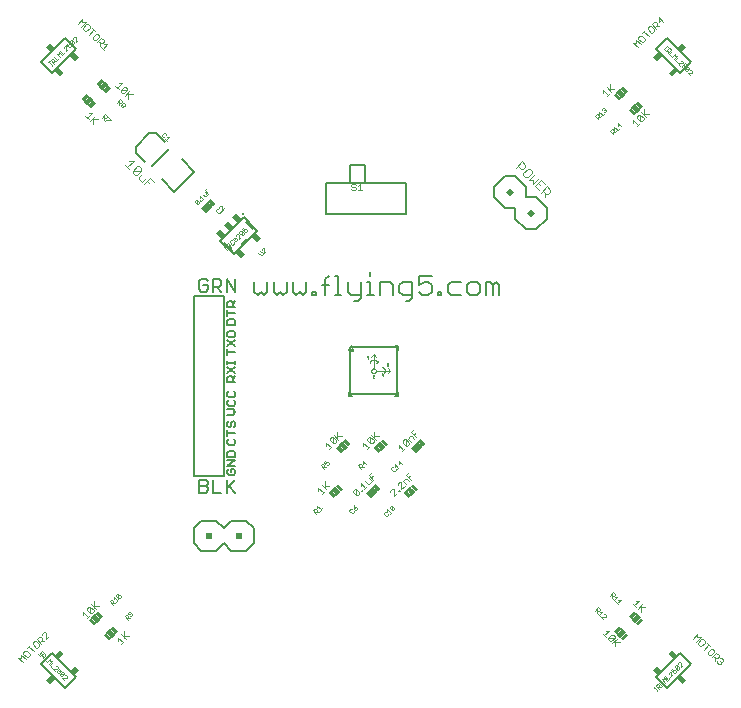
<source format=gto>
G75*
%MOIN*%
%OFA0B0*%
%FSLAX25Y25*%
%IPPOS*%
%LPD*%
%AMOC8*
5,1,8,0,0,1.08239X$1,22.5*
%
%ADD10C,0.00600*%
%ADD11C,0.01600*%
%ADD12R,0.01181X0.02362*%
%ADD13C,0.00100*%
%ADD14C,0.00200*%
%ADD15C,0.00500*%
%ADD16C,0.00800*%
%ADD17R,0.02000X0.02000*%
%ADD18C,0.00300*%
%ADD19R,0.01800X0.02300*%
%ADD20R,0.01600X0.02800*%
%ADD21C,0.00394*%
%ADD22R,0.01969X0.02559*%
%ADD23C,0.01000*%
%ADD24R,0.02000X0.02000*%
D10*
X0076002Y0073921D02*
X0083921Y0066002D01*
X0087598Y0069679D01*
X0079679Y0077598D01*
X0076002Y0073921D01*
X0092994Y0089242D02*
X0094358Y0090606D01*
X0095606Y0089358D02*
X0094242Y0087994D01*
X0097994Y0084242D02*
X0099358Y0085606D01*
X0100606Y0084358D02*
X0099242Y0082994D01*
X0172994Y0131742D02*
X0174358Y0133106D01*
X0175606Y0131858D02*
X0174242Y0130494D01*
X0185494Y0131742D02*
X0186858Y0133106D01*
X0188106Y0131858D02*
X0186742Y0130494D01*
X0197994Y0131742D02*
X0199358Y0133106D01*
X0200606Y0131858D02*
X0199242Y0130494D01*
X0201742Y0145494D02*
X0203106Y0146858D01*
X0201858Y0148106D02*
X0200494Y0146742D01*
X0190606Y0146858D02*
X0189242Y0145494D01*
X0187994Y0146742D02*
X0189358Y0148106D01*
X0178106Y0146858D02*
X0176742Y0145494D01*
X0175494Y0146742D02*
X0176858Y0148106D01*
X0180388Y0194965D02*
X0181456Y0194965D01*
X0182524Y0196032D01*
X0182524Y0201370D01*
X0184699Y0201370D02*
X0185766Y0201370D01*
X0185766Y0197100D01*
X0184699Y0197100D02*
X0186834Y0197100D01*
X0188996Y0197100D02*
X0188996Y0201370D01*
X0192198Y0201370D01*
X0193266Y0200303D01*
X0193266Y0197100D01*
X0195441Y0198168D02*
X0196509Y0197100D01*
X0199712Y0197100D01*
X0199712Y0196032D02*
X0199712Y0201370D01*
X0196509Y0201370D01*
X0195441Y0200303D01*
X0195441Y0198168D01*
X0197576Y0194965D02*
X0198644Y0194965D01*
X0199712Y0196032D01*
X0201887Y0198168D02*
X0202954Y0197100D01*
X0205089Y0197100D01*
X0206157Y0198168D01*
X0206157Y0200303D01*
X0205089Y0201370D01*
X0204022Y0201370D01*
X0201887Y0200303D01*
X0201887Y0203505D01*
X0206157Y0203505D01*
X0208332Y0198168D02*
X0209400Y0198168D01*
X0209400Y0197100D01*
X0208332Y0197100D01*
X0208332Y0198168D01*
X0211555Y0198168D02*
X0211555Y0200303D01*
X0212623Y0201370D01*
X0215825Y0201370D01*
X0218000Y0200303D02*
X0218000Y0198168D01*
X0219068Y0197100D01*
X0221203Y0197100D01*
X0222271Y0198168D01*
X0222271Y0200303D01*
X0221203Y0201370D01*
X0219068Y0201370D01*
X0218000Y0200303D01*
X0215825Y0197100D02*
X0212623Y0197100D01*
X0211555Y0198168D01*
X0224446Y0197100D02*
X0224446Y0201370D01*
X0225514Y0201370D01*
X0226581Y0200303D01*
X0227649Y0201370D01*
X0228716Y0200303D01*
X0228716Y0197100D01*
X0226581Y0197100D02*
X0226581Y0200303D01*
X0185766Y0203505D02*
X0185766Y0204573D01*
X0182524Y0197100D02*
X0179321Y0197100D01*
X0178253Y0198168D01*
X0178253Y0201370D01*
X0175024Y0203505D02*
X0175024Y0197100D01*
X0176091Y0197100D02*
X0173956Y0197100D01*
X0170727Y0197100D02*
X0170727Y0202438D01*
X0171794Y0203505D01*
X0173956Y0203505D02*
X0175024Y0203505D01*
X0171794Y0200303D02*
X0169659Y0200303D01*
X0167504Y0198168D02*
X0166436Y0198168D01*
X0166436Y0197100D01*
X0167504Y0197100D01*
X0167504Y0198168D01*
X0164261Y0198168D02*
X0164261Y0201370D01*
X0164261Y0198168D02*
X0163194Y0197100D01*
X0162126Y0198168D01*
X0161059Y0197100D01*
X0159991Y0198168D01*
X0159991Y0201370D01*
X0157816Y0201370D02*
X0157816Y0198168D01*
X0156748Y0197100D01*
X0155681Y0198168D01*
X0154613Y0197100D01*
X0153545Y0198168D01*
X0153545Y0201370D01*
X0151370Y0201370D02*
X0151370Y0198168D01*
X0150303Y0197100D01*
X0149235Y0198168D01*
X0148168Y0197100D01*
X0147100Y0198168D01*
X0147100Y0201370D01*
X0140130Y0210675D02*
X0135675Y0215130D01*
X0143470Y0222925D01*
X0147925Y0218470D01*
X0140130Y0210675D01*
X0131742Y0225494D02*
X0133106Y0226858D01*
X0131858Y0228106D02*
X0130494Y0226742D01*
X0091858Y0260494D02*
X0090494Y0261858D01*
X0091742Y0263106D02*
X0093106Y0261742D01*
X0096858Y0265494D02*
X0095494Y0266858D01*
X0096742Y0268106D02*
X0098106Y0266742D01*
X0087598Y0278921D02*
X0079679Y0271002D01*
X0076002Y0274679D01*
X0083921Y0282598D01*
X0087598Y0278921D01*
X0267994Y0264242D02*
X0269358Y0265606D01*
X0270606Y0264358D02*
X0269242Y0262994D01*
X0272994Y0259242D02*
X0274358Y0260606D01*
X0275606Y0259358D02*
X0274242Y0257994D01*
X0288921Y0271002D02*
X0281002Y0278921D01*
X0284679Y0282598D01*
X0292598Y0274679D01*
X0288921Y0271002D01*
X0274242Y0090606D02*
X0275606Y0089242D01*
X0274358Y0087994D02*
X0272994Y0089358D01*
X0269242Y0085606D02*
X0270606Y0084242D01*
X0269358Y0082994D02*
X0267994Y0084358D01*
X0281002Y0069679D02*
X0288921Y0077598D01*
X0292598Y0073921D01*
X0284679Y0066002D01*
X0281002Y0069679D01*
D11*
X0201885Y0146715D02*
X0201715Y0146885D01*
X0199215Y0131885D02*
X0199385Y0131715D01*
X0186885Y0131715D02*
X0186715Y0131885D01*
X0131885Y0226715D02*
X0131715Y0226885D01*
D12*
G36*
X0131659Y0228355D02*
X0132494Y0229190D01*
X0134163Y0227521D01*
X0133328Y0226686D01*
X0131659Y0228355D01*
G37*
G36*
X0129396Y0226092D02*
X0130231Y0226927D01*
X0131900Y0225258D01*
X0131065Y0224423D01*
X0129396Y0226092D01*
G37*
G36*
X0093355Y0261941D02*
X0094190Y0261106D01*
X0092521Y0259437D01*
X0091686Y0260272D01*
X0093355Y0261941D01*
G37*
G36*
X0091092Y0264204D02*
X0091927Y0263369D01*
X0090258Y0261700D01*
X0089423Y0262535D01*
X0091092Y0264204D01*
G37*
G36*
X0096092Y0269204D02*
X0096927Y0268369D01*
X0095258Y0266700D01*
X0094423Y0267535D01*
X0096092Y0269204D01*
G37*
G36*
X0098355Y0266941D02*
X0099190Y0266106D01*
X0097521Y0264437D01*
X0096686Y0265272D01*
X0098355Y0266941D01*
G37*
G36*
X0179204Y0147508D02*
X0178369Y0146673D01*
X0176700Y0148342D01*
X0177535Y0149177D01*
X0179204Y0147508D01*
G37*
G36*
X0176941Y0145245D02*
X0176106Y0144410D01*
X0174437Y0146079D01*
X0175272Y0146914D01*
X0176941Y0145245D01*
G37*
G36*
X0189441Y0145245D02*
X0188606Y0144410D01*
X0186937Y0146079D01*
X0187772Y0146914D01*
X0189441Y0145245D01*
G37*
G36*
X0191704Y0147508D02*
X0190869Y0146673D01*
X0189200Y0148342D01*
X0190035Y0149177D01*
X0191704Y0147508D01*
G37*
G36*
X0199396Y0146092D02*
X0200231Y0146927D01*
X0201900Y0145258D01*
X0201065Y0144423D01*
X0199396Y0146092D01*
G37*
G36*
X0201659Y0148355D02*
X0202494Y0149190D01*
X0204163Y0147521D01*
X0203328Y0146686D01*
X0201659Y0148355D01*
G37*
G36*
X0199159Y0133355D02*
X0199994Y0134190D01*
X0201663Y0132521D01*
X0200828Y0131686D01*
X0199159Y0133355D01*
G37*
G36*
X0196896Y0131092D02*
X0197731Y0131927D01*
X0199400Y0130258D01*
X0198565Y0129423D01*
X0196896Y0131092D01*
G37*
G36*
X0189204Y0132508D02*
X0188369Y0131673D01*
X0186700Y0133342D01*
X0187535Y0134177D01*
X0189204Y0132508D01*
G37*
G36*
X0186941Y0130245D02*
X0186106Y0129410D01*
X0184437Y0131079D01*
X0185272Y0131914D01*
X0186941Y0130245D01*
G37*
G36*
X0176704Y0132508D02*
X0175869Y0131673D01*
X0174200Y0133342D01*
X0175035Y0134177D01*
X0176704Y0132508D01*
G37*
G36*
X0174441Y0130245D02*
X0173606Y0129410D01*
X0171937Y0131079D01*
X0172772Y0131914D01*
X0174441Y0130245D01*
G37*
G36*
X0099159Y0085855D02*
X0099994Y0086690D01*
X0101663Y0085021D01*
X0100828Y0084186D01*
X0099159Y0085855D01*
G37*
G36*
X0096896Y0083592D02*
X0097731Y0084427D01*
X0099400Y0082758D01*
X0098565Y0081923D01*
X0096896Y0083592D01*
G37*
G36*
X0094441Y0087745D02*
X0093606Y0086910D01*
X0091937Y0088579D01*
X0092772Y0089414D01*
X0094441Y0087745D01*
G37*
G36*
X0096704Y0090008D02*
X0095869Y0089173D01*
X0094200Y0090842D01*
X0095035Y0091677D01*
X0096704Y0090008D01*
G37*
G36*
X0268592Y0086704D02*
X0269427Y0085869D01*
X0267758Y0084200D01*
X0266923Y0085035D01*
X0268592Y0086704D01*
G37*
G36*
X0270855Y0084441D02*
X0271690Y0083606D01*
X0270021Y0081937D01*
X0269186Y0082772D01*
X0270855Y0084441D01*
G37*
G36*
X0275008Y0086896D02*
X0274173Y0087731D01*
X0275842Y0089400D01*
X0276677Y0088565D01*
X0275008Y0086896D01*
G37*
G36*
X0272745Y0089159D02*
X0271910Y0089994D01*
X0273579Y0091663D01*
X0274414Y0090828D01*
X0272745Y0089159D01*
G37*
G36*
X0271896Y0258592D02*
X0272731Y0259427D01*
X0274400Y0257758D01*
X0273565Y0256923D01*
X0271896Y0258592D01*
G37*
G36*
X0274159Y0260855D02*
X0274994Y0261690D01*
X0276663Y0260021D01*
X0275828Y0259186D01*
X0274159Y0260855D01*
G37*
G36*
X0271704Y0265008D02*
X0270869Y0264173D01*
X0269200Y0265842D01*
X0270035Y0266677D01*
X0271704Y0265008D01*
G37*
G36*
X0269441Y0262745D02*
X0268606Y0261910D01*
X0266937Y0263579D01*
X0267772Y0264414D01*
X0269441Y0262745D01*
G37*
D13*
X0264340Y0258613D02*
X0264340Y0258259D01*
X0263986Y0257905D01*
X0263632Y0257905D01*
X0263475Y0257394D02*
X0262767Y0256686D01*
X0262433Y0256352D02*
X0261726Y0256352D01*
X0261902Y0256529D02*
X0261372Y0255998D01*
X0261726Y0255644D02*
X0260664Y0256706D01*
X0261195Y0257237D01*
X0261549Y0257237D01*
X0261902Y0256883D01*
X0261902Y0256529D01*
X0262060Y0257394D02*
X0262060Y0258102D01*
X0263121Y0257040D01*
X0262924Y0258613D02*
X0262924Y0258966D01*
X0263278Y0259320D01*
X0263632Y0259320D01*
X0263809Y0259143D01*
X0263809Y0258789D01*
X0264163Y0258789D01*
X0264340Y0258613D01*
X0263809Y0258789D02*
X0263632Y0258613D01*
X0268278Y0254320D02*
X0268278Y0253259D01*
X0268986Y0253966D01*
X0269340Y0253259D02*
X0268278Y0254320D01*
X0267060Y0253102D02*
X0268121Y0252040D01*
X0267767Y0251686D02*
X0268475Y0252394D01*
X0267060Y0252394D02*
X0267060Y0253102D01*
X0266549Y0252237D02*
X0266902Y0251883D01*
X0266902Y0251529D01*
X0266372Y0250998D01*
X0266726Y0250644D02*
X0265664Y0251706D01*
X0266195Y0252237D01*
X0266549Y0252237D01*
X0266726Y0251352D02*
X0267433Y0251352D01*
X0289592Y0273018D02*
X0289592Y0273372D01*
X0289592Y0273018D02*
X0289946Y0272664D01*
X0290300Y0272664D01*
X0290654Y0273018D01*
X0290654Y0273372D01*
X0290477Y0273549D01*
X0289946Y0273726D01*
X0290477Y0274256D01*
X0291184Y0273549D01*
X0291342Y0273038D02*
X0291695Y0273038D01*
X0292049Y0272684D01*
X0292049Y0272330D01*
X0290634Y0272330D01*
X0290634Y0271976D01*
X0290988Y0271622D01*
X0291342Y0271622D01*
X0292049Y0272330D01*
X0292383Y0271996D02*
X0292737Y0271996D01*
X0293091Y0271642D01*
X0293091Y0271288D01*
X0292914Y0271111D01*
X0291499Y0271111D01*
X0292206Y0270404D01*
X0290634Y0272330D02*
X0291342Y0273038D01*
X0289966Y0274413D02*
X0289966Y0274767D01*
X0289612Y0275121D01*
X0289258Y0275121D01*
X0289966Y0274413D02*
X0289789Y0274237D01*
X0288373Y0274237D01*
X0289081Y0273529D01*
X0288039Y0274571D02*
X0287332Y0275278D01*
X0288393Y0276340D01*
X0288059Y0276674D02*
X0286998Y0275612D01*
X0286290Y0276320D02*
X0287351Y0277382D01*
X0287351Y0276674D01*
X0288059Y0276674D01*
X0285956Y0276654D02*
X0285248Y0277362D01*
X0286310Y0278423D01*
X0285799Y0278580D02*
X0285445Y0278227D01*
X0285091Y0278227D01*
X0284560Y0278757D01*
X0284206Y0278404D02*
X0285268Y0279465D01*
X0285799Y0278934D01*
X0285799Y0278580D01*
X0284914Y0278404D02*
X0284914Y0277696D01*
X0283866Y0278744D02*
X0283512Y0279098D01*
X0283689Y0278921D02*
X0284750Y0279983D01*
X0284573Y0280160D02*
X0284927Y0279806D01*
X0185088Y0176688D02*
X0185088Y0176538D01*
X0184788Y0176237D01*
X0184788Y0175787D01*
X0184788Y0176237D02*
X0184488Y0176538D01*
X0184488Y0176688D01*
X0186456Y0170389D02*
X0187057Y0170389D01*
X0187057Y0170238D01*
X0186456Y0169638D01*
X0186456Y0169488D01*
X0187057Y0169488D01*
X0191181Y0173425D02*
X0191781Y0174326D01*
X0191181Y0174326D02*
X0191781Y0173425D01*
X0195172Y0141820D02*
X0195172Y0140759D01*
X0195879Y0141466D01*
X0196233Y0140759D02*
X0195172Y0141820D01*
X0193953Y0140602D02*
X0195015Y0139540D01*
X0195368Y0139894D02*
X0194661Y0139186D01*
X0194150Y0139029D02*
X0194150Y0138675D01*
X0193796Y0138321D01*
X0193442Y0138321D01*
X0192734Y0139029D01*
X0192734Y0139383D01*
X0193088Y0139737D01*
X0193442Y0139737D01*
X0193953Y0139894D02*
X0193953Y0140602D01*
X0184340Y0140759D02*
X0183278Y0141820D01*
X0183278Y0140759D01*
X0183986Y0141466D01*
X0182944Y0140425D02*
X0182944Y0140071D01*
X0182413Y0139540D01*
X0182767Y0139186D02*
X0181706Y0140248D01*
X0182236Y0140778D01*
X0182590Y0140778D01*
X0182944Y0140425D01*
X0182767Y0139894D02*
X0183475Y0139894D01*
X0171840Y0140759D02*
X0171486Y0140405D01*
X0171132Y0140405D01*
X0170778Y0140759D02*
X0170247Y0141289D01*
X0170955Y0141997D01*
X0171132Y0141466D02*
X0171486Y0141466D01*
X0171840Y0141113D01*
X0171840Y0140759D01*
X0171132Y0141466D02*
X0170955Y0141289D01*
X0170778Y0140759D01*
X0170444Y0140425D02*
X0170444Y0140071D01*
X0169913Y0139540D01*
X0170267Y0139186D02*
X0169206Y0140248D01*
X0169736Y0140778D01*
X0170090Y0140778D01*
X0170444Y0140425D01*
X0170267Y0139894D02*
X0170975Y0139894D01*
X0168101Y0126643D02*
X0169163Y0125582D01*
X0168809Y0125228D02*
X0169517Y0125936D01*
X0168101Y0125936D02*
X0168101Y0126643D01*
X0167590Y0125779D02*
X0167944Y0125425D01*
X0167944Y0125071D01*
X0167413Y0124540D01*
X0167767Y0124186D02*
X0166706Y0125248D01*
X0167237Y0125779D01*
X0167590Y0125779D01*
X0167767Y0124894D02*
X0168475Y0124894D01*
X0178776Y0125071D02*
X0179484Y0124363D01*
X0179838Y0124363D01*
X0180191Y0124717D01*
X0180191Y0125071D01*
X0180525Y0125405D02*
X0180879Y0125405D01*
X0181233Y0125759D01*
X0181233Y0126113D01*
X0181056Y0126289D01*
X0180702Y0126289D01*
X0180172Y0125759D01*
X0180525Y0125405D01*
X0180172Y0125759D02*
X0180172Y0126466D01*
X0180349Y0126997D01*
X0179484Y0125779D02*
X0179130Y0125779D01*
X0178776Y0125425D01*
X0178776Y0125071D01*
X0190234Y0124383D02*
X0190234Y0124029D01*
X0190942Y0123321D01*
X0191296Y0123321D01*
X0191650Y0123675D01*
X0191650Y0124029D01*
X0192161Y0124186D02*
X0192868Y0124894D01*
X0192515Y0124540D02*
X0191453Y0125602D01*
X0191453Y0124894D01*
X0190942Y0124737D02*
X0190588Y0124737D01*
X0190234Y0124383D01*
X0192318Y0126113D02*
X0192318Y0126466D01*
X0192672Y0126820D01*
X0193025Y0126820D01*
X0193025Y0125405D01*
X0193379Y0125405D01*
X0193733Y0125759D01*
X0193733Y0126113D01*
X0193025Y0126820D01*
X0192318Y0126113D02*
X0193025Y0125405D01*
X0260644Y0091874D02*
X0261706Y0092936D01*
X0262237Y0092405D01*
X0262237Y0092051D01*
X0261883Y0091698D01*
X0261529Y0091698D01*
X0260998Y0092228D01*
X0261352Y0091874D02*
X0261352Y0091167D01*
X0261686Y0090833D02*
X0262394Y0090125D01*
X0262728Y0089791D02*
X0264143Y0089791D01*
X0264320Y0089968D01*
X0264320Y0090322D01*
X0263966Y0090676D01*
X0263613Y0090676D01*
X0263102Y0091540D02*
X0262040Y0090479D01*
X0262728Y0089791D02*
X0263436Y0089083D01*
X0263102Y0091540D02*
X0262394Y0091540D01*
X0266686Y0095833D02*
X0267394Y0095125D01*
X0267728Y0094791D02*
X0268436Y0094083D01*
X0268082Y0094437D02*
X0269143Y0095499D01*
X0268436Y0095499D01*
X0268102Y0096540D02*
X0267040Y0095479D01*
X0266352Y0096167D02*
X0266352Y0096874D01*
X0266529Y0096698D02*
X0265998Y0097228D01*
X0265644Y0096874D02*
X0266706Y0097936D01*
X0267237Y0097405D01*
X0267237Y0097051D01*
X0266883Y0096698D01*
X0266529Y0096698D01*
X0267394Y0096540D02*
X0268102Y0096540D01*
X0288657Y0074649D02*
X0288303Y0074295D01*
X0288303Y0073941D01*
X0287969Y0073607D02*
X0287969Y0072191D01*
X0288323Y0072191D01*
X0288677Y0072545D01*
X0288677Y0072899D01*
X0287969Y0073607D01*
X0287615Y0073607D01*
X0287261Y0073253D01*
X0287261Y0072899D01*
X0287969Y0072191D01*
X0287635Y0071857D02*
X0287281Y0072211D01*
X0286927Y0072211D01*
X0286750Y0072034D01*
X0286573Y0071504D01*
X0286043Y0072034D01*
X0286750Y0072742D01*
X0287635Y0071857D02*
X0287635Y0071504D01*
X0287281Y0071150D01*
X0286927Y0071150D01*
X0286770Y0070639D02*
X0286062Y0069931D01*
X0286062Y0071346D01*
X0285885Y0071523D01*
X0285532Y0071523D01*
X0285178Y0071170D01*
X0285178Y0070816D01*
X0285728Y0069597D02*
X0285021Y0068889D01*
X0283959Y0069951D01*
X0283625Y0069617D02*
X0284687Y0068555D01*
X0283979Y0067848D02*
X0282917Y0068909D01*
X0283625Y0068909D01*
X0283625Y0069617D01*
X0283645Y0067514D02*
X0282937Y0066806D01*
X0281876Y0067867D01*
X0281719Y0067356D02*
X0282072Y0067003D01*
X0282072Y0066649D01*
X0281542Y0066118D01*
X0281895Y0066472D02*
X0282603Y0066472D01*
X0281895Y0065764D02*
X0280834Y0066826D01*
X0281365Y0067356D01*
X0281719Y0067356D01*
X0280493Y0066485D02*
X0280139Y0066131D01*
X0280316Y0066308D02*
X0281378Y0065246D01*
X0281201Y0065070D02*
X0281555Y0065423D01*
X0289188Y0073056D02*
X0289188Y0074472D01*
X0289011Y0074649D01*
X0288657Y0074649D01*
X0289895Y0073764D02*
X0289188Y0073056D01*
X0150375Y0211162D02*
X0150375Y0212577D01*
X0150198Y0212754D01*
X0149844Y0212754D01*
X0149490Y0212401D01*
X0149490Y0212047D01*
X0148979Y0211890D02*
X0149864Y0211005D01*
X0149864Y0210651D01*
X0149510Y0210297D01*
X0149156Y0210297D01*
X0148272Y0211182D01*
X0150375Y0211162D02*
X0151083Y0211870D01*
X0144542Y0218410D02*
X0144188Y0218056D01*
X0143834Y0218056D01*
X0143500Y0217722D02*
X0143500Y0217369D01*
X0143146Y0217015D01*
X0142792Y0217015D01*
X0142792Y0218430D01*
X0143500Y0217722D01*
X0143480Y0218410D02*
X0143657Y0218941D01*
X0143834Y0219118D01*
X0144188Y0219118D01*
X0144542Y0218764D01*
X0144542Y0218410D01*
X0143480Y0218410D02*
X0142949Y0218941D01*
X0143657Y0219649D01*
X0142792Y0218430D02*
X0142438Y0218430D01*
X0142084Y0218076D01*
X0142085Y0217722D01*
X0142792Y0217015D01*
X0142635Y0216504D02*
X0141927Y0215796D01*
X0141927Y0217211D01*
X0141750Y0217388D01*
X0141397Y0217388D01*
X0141043Y0217035D01*
X0141043Y0216681D01*
X0140532Y0216524D02*
X0139824Y0215816D01*
X0140355Y0215285D01*
X0140532Y0215816D01*
X0140709Y0215993D01*
X0141063Y0215993D01*
X0141416Y0215639D01*
X0141416Y0215285D01*
X0141063Y0214931D01*
X0140709Y0214931D01*
X0140375Y0214597D02*
X0140375Y0214243D01*
X0140021Y0213889D01*
X0139667Y0213889D01*
X0138959Y0214597D01*
X0138959Y0214951D01*
X0139313Y0215305D01*
X0139667Y0215305D01*
X0138442Y0214433D02*
X0138088Y0214080D01*
X0138265Y0214257D02*
X0139326Y0213195D01*
X0139149Y0213018D02*
X0139503Y0213372D01*
X0138815Y0212684D02*
X0137754Y0213746D01*
X0137754Y0213038D01*
X0137046Y0213038D01*
X0138108Y0211976D01*
X0135444Y0224363D02*
X0135798Y0224717D01*
X0135798Y0225071D01*
X0136309Y0225228D02*
X0136309Y0226643D01*
X0136132Y0226820D01*
X0135778Y0226820D01*
X0135424Y0226466D01*
X0135424Y0226113D01*
X0135090Y0225778D02*
X0134736Y0225778D01*
X0134383Y0225425D01*
X0134383Y0225071D01*
X0135090Y0224363D01*
X0135444Y0224363D01*
X0136309Y0225228D02*
X0137017Y0225936D01*
X0131713Y0230885D02*
X0130651Y0231946D01*
X0131359Y0232654D01*
X0131536Y0231769D02*
X0131182Y0231416D01*
X0130671Y0231258D02*
X0131379Y0230551D01*
X0130848Y0230020D01*
X0130494Y0230020D01*
X0129963Y0230551D01*
X0128922Y0230217D02*
X0129983Y0229155D01*
X0129629Y0228801D02*
X0130337Y0229509D01*
X0128922Y0229509D02*
X0128922Y0230217D01*
X0129108Y0228634D02*
X0129285Y0228457D01*
X0129108Y0228280D01*
X0128932Y0228457D01*
X0129108Y0228634D01*
X0128597Y0228123D02*
X0128597Y0227769D01*
X0128244Y0227416D01*
X0127890Y0227416D01*
X0127890Y0228831D01*
X0128597Y0228123D01*
X0127890Y0227416D02*
X0127182Y0228123D01*
X0127182Y0228477D01*
X0127536Y0228831D01*
X0127890Y0228831D01*
X0117894Y0248466D02*
X0117186Y0249174D01*
X0117540Y0248820D02*
X0118601Y0249882D01*
X0117894Y0249882D01*
X0117737Y0250393D02*
X0117737Y0250746D01*
X0117383Y0251100D01*
X0117029Y0251100D01*
X0116321Y0250393D01*
X0116321Y0250039D01*
X0116675Y0249685D01*
X0117029Y0249685D01*
X0103974Y0260355D02*
X0103798Y0260178D01*
X0103444Y0260178D01*
X0103090Y0260532D01*
X0103090Y0260885D01*
X0103267Y0261062D01*
X0103621Y0261062D01*
X0103974Y0260708D01*
X0103974Y0260355D01*
X0103444Y0260178D02*
X0103444Y0259824D01*
X0103267Y0259647D01*
X0102913Y0259647D01*
X0102559Y0260001D01*
X0102559Y0260355D01*
X0102736Y0260532D01*
X0103090Y0260532D01*
X0102579Y0261042D02*
X0102225Y0261042D01*
X0101694Y0261573D01*
X0101340Y0261219D02*
X0102402Y0262281D01*
X0102933Y0261750D01*
X0102933Y0261396D01*
X0102579Y0261042D01*
X0102048Y0261219D02*
X0102048Y0260512D01*
X0098444Y0256239D02*
X0099151Y0255532D01*
X0098974Y0255355D01*
X0097559Y0255355D01*
X0097382Y0255178D01*
X0097048Y0255512D02*
X0097048Y0256219D01*
X0097225Y0256042D02*
X0096694Y0256573D01*
X0096340Y0256219D02*
X0097402Y0257281D01*
X0097933Y0256750D01*
X0097933Y0256396D01*
X0097579Y0256042D01*
X0097225Y0256042D01*
X0079679Y0273689D02*
X0078617Y0274750D01*
X0078440Y0274573D02*
X0078794Y0274927D01*
X0079135Y0275268D02*
X0079666Y0275799D01*
X0080019Y0275799D01*
X0080373Y0275445D01*
X0080373Y0275091D01*
X0079843Y0274560D01*
X0080196Y0274206D02*
X0079135Y0275268D01*
X0080196Y0274914D02*
X0080904Y0274914D01*
X0081238Y0275248D02*
X0081946Y0275956D01*
X0082280Y0276290D02*
X0081218Y0277351D01*
X0081926Y0277351D01*
X0081926Y0278059D01*
X0082988Y0276998D01*
X0083322Y0277332D02*
X0084029Y0278039D01*
X0084363Y0278373D02*
X0084363Y0279789D01*
X0084186Y0279966D01*
X0083833Y0279966D01*
X0083479Y0279612D01*
X0083479Y0279258D01*
X0084363Y0278373D02*
X0085071Y0279081D01*
X0085228Y0279592D02*
X0085582Y0279592D01*
X0085936Y0279946D01*
X0085936Y0280300D01*
X0085582Y0280654D01*
X0085228Y0280654D01*
X0085051Y0280477D01*
X0084874Y0279946D01*
X0084344Y0280477D01*
X0085051Y0281184D01*
X0085562Y0281342D02*
X0085562Y0281695D01*
X0085916Y0282049D01*
X0086270Y0282049D01*
X0086270Y0280634D01*
X0086624Y0280634D01*
X0086978Y0280988D01*
X0086978Y0281342D01*
X0086270Y0282049D01*
X0086604Y0282383D02*
X0086604Y0282737D01*
X0086958Y0283091D01*
X0087312Y0283091D01*
X0087489Y0282914D01*
X0087489Y0281499D01*
X0088196Y0282206D01*
X0086270Y0280634D02*
X0085562Y0281342D01*
X0082260Y0278393D02*
X0083322Y0277332D01*
X0081238Y0275248D02*
X0080177Y0276310D01*
X0079856Y0273866D02*
X0079502Y0273512D01*
X0101433Y0097516D02*
X0101787Y0097516D01*
X0101787Y0096101D01*
X0102141Y0096101D01*
X0102495Y0096455D01*
X0102495Y0096808D01*
X0101787Y0097516D01*
X0101433Y0097516D02*
X0101079Y0097162D01*
X0101079Y0096808D01*
X0101787Y0096101D01*
X0101630Y0095590D02*
X0100922Y0094882D01*
X0100588Y0094548D02*
X0099881Y0094548D01*
X0100058Y0094725D02*
X0099527Y0094194D01*
X0099881Y0093840D02*
X0098819Y0094902D01*
X0099350Y0095433D01*
X0099704Y0095433D01*
X0100058Y0095079D01*
X0100058Y0094725D01*
X0100215Y0095590D02*
X0100215Y0096298D01*
X0101276Y0095236D01*
X0105038Y0091121D02*
X0105038Y0090767D01*
X0105215Y0090590D01*
X0105568Y0090590D01*
X0106099Y0091121D01*
X0105745Y0091474D02*
X0105392Y0091474D01*
X0105038Y0091121D01*
X0104704Y0090433D02*
X0105058Y0090079D01*
X0105058Y0089725D01*
X0104527Y0089194D01*
X0104881Y0088840D02*
X0103819Y0089902D01*
X0104350Y0090433D01*
X0104704Y0090433D01*
X0104881Y0089548D02*
X0105588Y0089548D01*
X0105745Y0090059D02*
X0106099Y0090059D01*
X0106453Y0090413D01*
X0106453Y0090767D01*
X0105745Y0091474D01*
X0084295Y0070297D02*
X0083941Y0070297D01*
X0084295Y0070297D02*
X0084649Y0069943D01*
X0084649Y0069589D01*
X0084472Y0069412D01*
X0083056Y0069412D01*
X0083764Y0068705D01*
X0082899Y0069923D02*
X0082545Y0069923D01*
X0082191Y0070277D01*
X0082191Y0070631D01*
X0083607Y0070631D01*
X0082899Y0069923D01*
X0082191Y0070631D02*
X0082899Y0071339D01*
X0083253Y0071339D01*
X0083607Y0070985D01*
X0083607Y0070631D01*
X0082742Y0071850D02*
X0082034Y0072557D01*
X0081504Y0072027D01*
X0082034Y0071850D01*
X0082211Y0071673D01*
X0082211Y0071319D01*
X0081857Y0070965D01*
X0081504Y0070965D01*
X0081150Y0071319D01*
X0081150Y0071673D01*
X0080639Y0071830D02*
X0079931Y0072537D01*
X0081346Y0072537D01*
X0081523Y0072714D01*
X0081523Y0073068D01*
X0081170Y0073422D01*
X0080816Y0073422D01*
X0079597Y0072872D02*
X0078889Y0073579D01*
X0079951Y0074641D01*
X0079617Y0074975D02*
X0078555Y0073913D01*
X0077848Y0074621D02*
X0078909Y0075683D01*
X0078909Y0074975D01*
X0079617Y0074975D01*
X0077514Y0074955D02*
X0076806Y0075663D01*
X0077867Y0076724D01*
X0077356Y0076881D02*
X0077003Y0076528D01*
X0076649Y0076528D01*
X0076118Y0077058D01*
X0076472Y0076705D02*
X0076472Y0075997D01*
X0075764Y0076705D02*
X0076826Y0077766D01*
X0077356Y0077235D01*
X0077356Y0076881D01*
X0076485Y0078107D02*
X0076131Y0078461D01*
X0076308Y0078284D02*
X0075246Y0077222D01*
X0075070Y0077399D02*
X0075423Y0077045D01*
D14*
X0069829Y0074587D02*
X0068272Y0076144D01*
X0069310Y0076144D01*
X0069310Y0077182D01*
X0070867Y0075625D01*
X0071132Y0076409D02*
X0071651Y0076409D01*
X0072170Y0076928D01*
X0072170Y0077447D01*
X0071132Y0078485D01*
X0070613Y0078485D01*
X0070094Y0077966D01*
X0070094Y0077447D01*
X0071132Y0076409D01*
X0071397Y0079269D02*
X0072435Y0080307D01*
X0071916Y0079788D02*
X0073473Y0078231D01*
X0074257Y0079534D02*
X0074776Y0079534D01*
X0075295Y0080053D01*
X0075295Y0080572D01*
X0074257Y0081610D01*
X0073738Y0081610D01*
X0073219Y0081091D01*
X0073219Y0080572D01*
X0074257Y0079534D01*
X0075560Y0081356D02*
X0076339Y0082135D01*
X0076339Y0082654D01*
X0075820Y0083173D01*
X0075301Y0083173D01*
X0074522Y0082394D01*
X0076079Y0080837D01*
X0076079Y0081875D02*
X0077117Y0081875D01*
X0077642Y0082400D02*
X0077642Y0084476D01*
X0077382Y0084735D01*
X0076863Y0084735D01*
X0076345Y0084216D01*
X0076345Y0083697D01*
X0077642Y0082400D02*
X0078680Y0083438D01*
X0090094Y0090282D02*
X0090094Y0091320D01*
X0091651Y0089763D01*
X0091132Y0089244D02*
X0092170Y0090282D01*
X0092435Y0091066D02*
X0092435Y0093142D01*
X0093473Y0092104D01*
X0093473Y0091585D01*
X0092954Y0091066D01*
X0092435Y0091066D01*
X0091398Y0092104D01*
X0091398Y0092623D01*
X0091917Y0093142D01*
X0092435Y0093142D01*
X0092701Y0093926D02*
X0094258Y0092369D01*
X0093739Y0092888D02*
X0093739Y0094964D01*
X0093739Y0093407D02*
X0095296Y0093407D01*
X0103739Y0084964D02*
X0103739Y0082888D01*
X0103739Y0083407D02*
X0105296Y0083407D01*
X0104258Y0082369D02*
X0102701Y0083926D01*
X0101657Y0082882D02*
X0101657Y0081844D01*
X0101657Y0082882D02*
X0103214Y0081325D01*
X0102695Y0080806D02*
X0103733Y0081844D01*
X0168439Y0131792D02*
X0168439Y0132830D01*
X0169996Y0131273D01*
X0169477Y0130754D02*
X0170515Y0131792D01*
X0171039Y0132317D02*
X0169482Y0133874D01*
X0170520Y0133355D02*
X0172077Y0133355D01*
X0170520Y0132836D02*
X0170520Y0134912D01*
X0179947Y0131838D02*
X0180466Y0132357D01*
X0180985Y0132357D01*
X0180985Y0130281D01*
X0181504Y0130281D01*
X0182023Y0130800D01*
X0182023Y0131319D01*
X0180985Y0132357D01*
X0179947Y0131838D02*
X0179947Y0131319D01*
X0180985Y0130281D01*
X0182548Y0131844D02*
X0182807Y0132104D01*
X0183067Y0131844D01*
X0182807Y0131585D01*
X0182548Y0131844D01*
X0183588Y0132366D02*
X0184626Y0133404D01*
X0184107Y0132885D02*
X0182550Y0134442D01*
X0182550Y0133404D01*
X0184113Y0134966D02*
X0184892Y0134188D01*
X0185411Y0134188D01*
X0186189Y0134966D01*
X0185151Y0136004D01*
X0185935Y0136270D02*
X0186454Y0136789D01*
X0185157Y0137048D02*
X0186195Y0138086D01*
X0185157Y0137048D02*
X0186714Y0135491D01*
X0192447Y0131838D02*
X0192447Y0131319D01*
X0192447Y0131838D02*
X0192966Y0132357D01*
X0193485Y0132357D01*
X0193745Y0132098D01*
X0193745Y0130022D01*
X0194783Y0131060D01*
X0195307Y0131585D02*
X0195567Y0131844D01*
X0195307Y0132104D01*
X0195048Y0131844D01*
X0195307Y0131585D01*
X0196088Y0132366D02*
X0196088Y0134442D01*
X0195829Y0134701D01*
X0195310Y0134701D01*
X0194791Y0134182D01*
X0194791Y0133663D01*
X0196088Y0132366D02*
X0197126Y0133404D01*
X0197651Y0133928D02*
X0196613Y0134966D01*
X0197392Y0135745D01*
X0197911Y0135745D01*
X0198689Y0134966D01*
X0199214Y0135491D02*
X0197657Y0137048D01*
X0198695Y0138086D01*
X0198954Y0136789D02*
X0198435Y0136270D01*
X0196245Y0145022D02*
X0197283Y0146060D01*
X0196764Y0145541D02*
X0195207Y0147098D01*
X0195207Y0146060D01*
X0196510Y0147882D02*
X0196510Y0148401D01*
X0197029Y0148920D01*
X0197548Y0148920D01*
X0197548Y0146844D01*
X0198067Y0146844D01*
X0198586Y0147363D01*
X0198586Y0147882D01*
X0197548Y0148920D01*
X0198332Y0149185D02*
X0199110Y0149964D01*
X0199629Y0149964D01*
X0200408Y0149185D01*
X0200932Y0149710D02*
X0199375Y0151267D01*
X0200413Y0152305D01*
X0200673Y0151007D02*
X0200154Y0150488D01*
X0198332Y0149185D02*
X0199370Y0148147D01*
X0197548Y0146844D02*
X0196510Y0147882D01*
X0188640Y0149917D02*
X0187083Y0149917D01*
X0187083Y0149398D02*
X0187083Y0151474D01*
X0186045Y0150436D02*
X0187602Y0148879D01*
X0186818Y0148614D02*
X0186818Y0148095D01*
X0186299Y0147576D01*
X0185780Y0147576D01*
X0185780Y0149652D01*
X0186818Y0148614D01*
X0185780Y0147576D02*
X0184742Y0148614D01*
X0184742Y0149133D01*
X0185261Y0149652D01*
X0185780Y0149652D01*
X0185515Y0146792D02*
X0184477Y0145754D01*
X0184996Y0146273D02*
X0183439Y0147830D01*
X0183439Y0146792D01*
X0176140Y0149917D02*
X0174583Y0149917D01*
X0174583Y0149398D02*
X0174583Y0151474D01*
X0173545Y0150436D02*
X0175102Y0148879D01*
X0174318Y0148614D02*
X0174318Y0148095D01*
X0173799Y0147576D01*
X0173280Y0147576D01*
X0173280Y0149652D01*
X0174318Y0148614D01*
X0173280Y0147576D02*
X0172242Y0148614D01*
X0172242Y0149133D01*
X0172761Y0149652D01*
X0173280Y0149652D01*
X0173015Y0146792D02*
X0171977Y0145754D01*
X0172496Y0146273D02*
X0170939Y0147830D01*
X0170939Y0146792D01*
X0179767Y0231900D02*
X0179400Y0232267D01*
X0179767Y0231900D02*
X0180501Y0231900D01*
X0180868Y0232267D01*
X0180868Y0232634D01*
X0180501Y0233001D01*
X0179767Y0233001D01*
X0179400Y0233368D01*
X0179400Y0233735D01*
X0179767Y0234102D01*
X0180501Y0234102D01*
X0180868Y0233735D01*
X0181610Y0233368D02*
X0182344Y0234102D01*
X0182344Y0231900D01*
X0181610Y0231900D02*
X0183078Y0231900D01*
X0106474Y0264017D02*
X0104398Y0264017D01*
X0104917Y0264017D02*
X0104917Y0262460D01*
X0103879Y0263498D02*
X0105436Y0265055D01*
X0104652Y0265320D02*
X0102576Y0265320D01*
X0102576Y0264801D01*
X0103095Y0264282D01*
X0103614Y0264282D01*
X0104652Y0265320D01*
X0104652Y0265839D01*
X0104133Y0266358D01*
X0103614Y0266358D01*
X0102576Y0265320D01*
X0101792Y0265585D02*
X0100754Y0266623D01*
X0101273Y0266104D02*
X0102830Y0267661D01*
X0101792Y0267661D01*
X0092830Y0257661D02*
X0091273Y0256104D01*
X0090754Y0256623D02*
X0091792Y0255585D01*
X0092317Y0255061D02*
X0093874Y0256618D01*
X0093355Y0255580D02*
X0093355Y0254023D01*
X0092836Y0255580D02*
X0094912Y0255580D01*
X0092830Y0257661D02*
X0091792Y0257661D01*
X0097074Y0278657D02*
X0096036Y0279694D01*
X0096555Y0279175D02*
X0098112Y0280732D01*
X0097074Y0280732D01*
X0096290Y0280998D02*
X0095771Y0280998D01*
X0094992Y0281776D01*
X0094473Y0281257D02*
X0096030Y0282814D01*
X0096809Y0282036D01*
X0096809Y0281517D01*
X0096290Y0280998D01*
X0095511Y0281257D02*
X0095511Y0280219D01*
X0094208Y0282041D02*
X0095246Y0283079D01*
X0095246Y0283598D01*
X0094727Y0284117D01*
X0094208Y0284117D01*
X0093170Y0283079D01*
X0093170Y0282560D01*
X0093689Y0282041D01*
X0094208Y0282041D01*
X0093943Y0284901D02*
X0092905Y0285939D01*
X0093424Y0285420D02*
X0091867Y0283863D01*
X0091083Y0285166D02*
X0092121Y0286204D01*
X0092121Y0286723D01*
X0091602Y0287242D01*
X0091083Y0287242D01*
X0090045Y0286204D01*
X0090045Y0285685D01*
X0090564Y0285166D01*
X0091083Y0285166D01*
X0089261Y0286470D02*
X0090818Y0288027D01*
X0089780Y0288027D01*
X0089780Y0289065D01*
X0088223Y0287508D01*
X0263439Y0265330D02*
X0264996Y0263773D01*
X0264477Y0263254D02*
X0265515Y0264292D01*
X0266039Y0264817D02*
X0264482Y0266374D01*
X0265520Y0265855D02*
X0267077Y0265855D01*
X0265520Y0265336D02*
X0265520Y0267412D01*
X0263439Y0265330D02*
X0263439Y0264292D01*
X0273439Y0255330D02*
X0274996Y0253773D01*
X0274477Y0253254D02*
X0275515Y0254292D01*
X0275780Y0255076D02*
X0275780Y0257152D01*
X0276818Y0256114D01*
X0276818Y0255595D01*
X0276299Y0255076D01*
X0275780Y0255076D01*
X0274742Y0256114D01*
X0274742Y0256633D01*
X0275261Y0257152D01*
X0275780Y0257152D01*
X0276045Y0257936D02*
X0277602Y0256379D01*
X0277083Y0256898D02*
X0277083Y0258974D01*
X0277083Y0257417D02*
X0278640Y0257417D01*
X0273439Y0255330D02*
X0273439Y0254292D01*
X0274829Y0279587D02*
X0273272Y0281144D01*
X0274310Y0281144D01*
X0274310Y0282182D01*
X0275867Y0280625D01*
X0276132Y0281409D02*
X0276651Y0281409D01*
X0277170Y0281928D01*
X0277170Y0282447D01*
X0276132Y0283485D01*
X0275613Y0283485D01*
X0275094Y0282966D01*
X0275094Y0282447D01*
X0276132Y0281409D01*
X0276397Y0284269D02*
X0277435Y0285307D01*
X0276916Y0284788D02*
X0278473Y0283231D01*
X0279257Y0284534D02*
X0279776Y0284534D01*
X0280295Y0285053D01*
X0280295Y0285572D01*
X0279257Y0286610D01*
X0278738Y0286610D01*
X0278219Y0286091D01*
X0278219Y0285572D01*
X0279257Y0284534D01*
X0281079Y0285837D02*
X0279522Y0287394D01*
X0280301Y0288173D01*
X0280820Y0288173D01*
X0281339Y0287654D01*
X0281339Y0287135D01*
X0280560Y0286356D01*
X0281079Y0286875D02*
X0282117Y0286875D01*
X0281863Y0288178D02*
X0282901Y0289216D01*
X0281863Y0289735D02*
X0281863Y0288178D01*
X0283420Y0288178D02*
X0281863Y0289735D01*
X0275330Y0095161D02*
X0273773Y0093604D01*
X0273254Y0094123D02*
X0274292Y0093085D01*
X0274817Y0092561D02*
X0276374Y0094118D01*
X0275855Y0093080D02*
X0275855Y0091523D01*
X0275336Y0093080D02*
X0277412Y0093080D01*
X0275330Y0095161D02*
X0274292Y0095161D01*
X0265330Y0085161D02*
X0263773Y0083604D01*
X0263254Y0084123D02*
X0264292Y0083085D01*
X0265076Y0082820D02*
X0267152Y0082820D01*
X0266114Y0081782D01*
X0265595Y0081782D01*
X0265076Y0082301D01*
X0265076Y0082820D01*
X0266114Y0083858D01*
X0266633Y0083858D01*
X0267152Y0083339D01*
X0267152Y0082820D01*
X0267936Y0082555D02*
X0266379Y0080998D01*
X0266898Y0081517D02*
X0268974Y0081517D01*
X0267417Y0081517D02*
X0267417Y0079960D01*
X0265330Y0085161D02*
X0264292Y0085161D01*
X0293223Y0082508D02*
X0294780Y0084065D01*
X0294780Y0083027D01*
X0295818Y0083027D01*
X0294261Y0081470D01*
X0295045Y0081204D02*
X0295045Y0080685D01*
X0295564Y0080167D01*
X0296083Y0080167D01*
X0297121Y0081204D01*
X0297121Y0081723D01*
X0296602Y0082242D01*
X0296083Y0082242D01*
X0295045Y0081204D01*
X0297905Y0080939D02*
X0298943Y0079901D01*
X0298424Y0080420D02*
X0296867Y0078863D01*
X0298170Y0078079D02*
X0299208Y0079117D01*
X0299727Y0079117D01*
X0300246Y0078598D01*
X0300246Y0078079D01*
X0299208Y0077041D01*
X0298689Y0077041D01*
X0298170Y0077560D01*
X0298170Y0078079D01*
X0299473Y0076257D02*
X0301030Y0077814D01*
X0301809Y0077036D01*
X0301809Y0076517D01*
X0301290Y0075998D01*
X0300771Y0075998D01*
X0299992Y0076776D01*
X0300511Y0076257D02*
X0300511Y0075219D01*
X0301296Y0074954D02*
X0301296Y0074435D01*
X0301815Y0073916D01*
X0302334Y0073916D01*
X0302593Y0074176D01*
X0302593Y0074695D01*
X0302334Y0074954D01*
X0302593Y0074695D02*
X0303112Y0074695D01*
X0303371Y0074954D01*
X0303371Y0075473D01*
X0302853Y0075992D01*
X0302334Y0075992D01*
D15*
X0195068Y0163532D02*
X0195068Y0164713D01*
X0194674Y0163926D02*
X0178926Y0163926D01*
X0178926Y0179674D01*
X0194674Y0179674D01*
X0194674Y0163926D01*
X0195068Y0163532D02*
X0193887Y0163532D01*
X0179713Y0163532D02*
X0178532Y0163532D01*
X0178532Y0164713D01*
X0179543Y0178808D02*
X0179545Y0178839D01*
X0179551Y0178870D01*
X0179560Y0178900D01*
X0179574Y0178928D01*
X0179591Y0178954D01*
X0179610Y0178978D01*
X0179633Y0179000D01*
X0179659Y0179018D01*
X0179686Y0179033D01*
X0179715Y0179045D01*
X0179745Y0179053D01*
X0179776Y0179057D01*
X0179808Y0179057D01*
X0179839Y0179053D01*
X0179869Y0179045D01*
X0179898Y0179033D01*
X0179925Y0179018D01*
X0179951Y0179000D01*
X0179974Y0178978D01*
X0179993Y0178954D01*
X0180010Y0178928D01*
X0180024Y0178900D01*
X0180033Y0178870D01*
X0180039Y0178839D01*
X0180041Y0178808D01*
X0180039Y0178777D01*
X0180033Y0178746D01*
X0180024Y0178716D01*
X0180010Y0178688D01*
X0179993Y0178662D01*
X0179974Y0178638D01*
X0179951Y0178616D01*
X0179925Y0178598D01*
X0179898Y0178583D01*
X0179869Y0178571D01*
X0179839Y0178563D01*
X0179808Y0178559D01*
X0179776Y0178559D01*
X0179745Y0178563D01*
X0179715Y0178571D01*
X0179686Y0178583D01*
X0179659Y0178598D01*
X0179633Y0178616D01*
X0179610Y0178638D01*
X0179591Y0178662D01*
X0179574Y0178688D01*
X0179560Y0178716D01*
X0179551Y0178746D01*
X0179545Y0178777D01*
X0179543Y0178808D01*
X0178532Y0178887D02*
X0179713Y0180068D01*
X0193887Y0180068D02*
X0195068Y0180068D01*
X0195068Y0178887D01*
X0197489Y0224182D02*
X0171111Y0224182D01*
X0171111Y0234418D01*
X0178788Y0234418D01*
X0178788Y0240324D01*
X0183906Y0240324D01*
X0183906Y0234418D01*
X0178788Y0234418D01*
X0183906Y0234418D02*
X0197489Y0234418D01*
X0197489Y0224182D01*
X0140750Y0194905D02*
X0139849Y0194004D01*
X0139849Y0194455D02*
X0139849Y0193103D01*
X0140750Y0193103D02*
X0138048Y0193103D01*
X0138048Y0194455D01*
X0138498Y0194905D01*
X0139399Y0194905D01*
X0139849Y0194455D01*
X0138048Y0191959D02*
X0138048Y0190157D01*
X0138048Y0191058D02*
X0140750Y0191058D01*
X0140300Y0189012D02*
X0138498Y0189012D01*
X0138048Y0188562D01*
X0138048Y0187210D01*
X0140750Y0187210D01*
X0140750Y0188562D01*
X0140300Y0189012D01*
X0140300Y0184905D02*
X0138498Y0184905D01*
X0138048Y0184455D01*
X0138048Y0183554D01*
X0138498Y0183103D01*
X0140300Y0183103D01*
X0140750Y0183554D01*
X0140750Y0184455D01*
X0140300Y0184905D01*
X0140750Y0181959D02*
X0138048Y0180157D01*
X0138048Y0179012D02*
X0138048Y0177210D01*
X0138048Y0178111D02*
X0140750Y0178111D01*
X0140750Y0180157D02*
X0138048Y0181959D01*
X0138048Y0174986D02*
X0138048Y0174086D01*
X0138048Y0174536D02*
X0140750Y0174536D01*
X0140750Y0174086D02*
X0140750Y0174986D01*
X0140750Y0172941D02*
X0138048Y0171139D01*
X0138498Y0169994D02*
X0138048Y0169544D01*
X0138048Y0168193D01*
X0140750Y0168193D01*
X0139849Y0168193D02*
X0139849Y0169544D01*
X0139399Y0169994D01*
X0138498Y0169994D01*
X0139849Y0169093D02*
X0140750Y0169994D01*
X0140750Y0171139D02*
X0138048Y0172941D01*
X0138498Y0164905D02*
X0138048Y0164455D01*
X0138048Y0163554D01*
X0138498Y0163103D01*
X0140300Y0163103D01*
X0140750Y0163554D01*
X0140750Y0164455D01*
X0140300Y0164905D01*
X0140300Y0161959D02*
X0140750Y0161508D01*
X0140750Y0160607D01*
X0140300Y0160157D01*
X0138498Y0160157D01*
X0138048Y0160607D01*
X0138048Y0161508D01*
X0138498Y0161959D01*
X0138048Y0159012D02*
X0139849Y0159012D01*
X0140750Y0158111D01*
X0139849Y0157210D01*
X0138048Y0157210D01*
X0138498Y0154905D02*
X0138048Y0154455D01*
X0138048Y0153554D01*
X0138498Y0153103D01*
X0138948Y0153103D01*
X0139399Y0153554D01*
X0139399Y0154455D01*
X0139849Y0154905D01*
X0140300Y0154905D01*
X0140750Y0154455D01*
X0140750Y0153554D01*
X0140300Y0153103D01*
X0140750Y0151058D02*
X0138048Y0151058D01*
X0138048Y0150157D02*
X0138048Y0151959D01*
X0138498Y0149012D02*
X0138048Y0148562D01*
X0138048Y0147661D01*
X0138498Y0147210D01*
X0140300Y0147210D01*
X0140750Y0147661D01*
X0140750Y0148562D01*
X0140300Y0149012D01*
X0140300Y0144905D02*
X0138498Y0144905D01*
X0138048Y0144455D01*
X0138048Y0143103D01*
X0140750Y0143103D01*
X0140750Y0144455D01*
X0140300Y0144905D01*
X0140750Y0141959D02*
X0138048Y0141959D01*
X0138048Y0140157D02*
X0140750Y0141959D01*
X0140750Y0140157D02*
X0138048Y0140157D01*
X0138498Y0139012D02*
X0138048Y0138562D01*
X0138048Y0137661D01*
X0138498Y0137210D01*
X0140300Y0137210D01*
X0140750Y0137661D01*
X0140750Y0138562D01*
X0140300Y0139012D01*
X0139399Y0139012D01*
X0139399Y0138111D01*
X0136800Y0136800D02*
X0126800Y0136800D01*
X0126800Y0196800D01*
X0136800Y0196800D01*
X0136800Y0136800D01*
X0112911Y0240032D02*
X0118568Y0245689D01*
D16*
X0117357Y0247925D02*
X0114295Y0250987D01*
X0112067Y0250987D01*
X0107613Y0246533D01*
X0107613Y0244305D01*
X0110675Y0241243D01*
X0116243Y0235675D02*
X0120419Y0231500D01*
X0127100Y0238181D01*
X0122925Y0242357D01*
X0144140Y0221531D02*
X0146531Y0219140D01*
X0144520Y0215574D02*
X0143026Y0214080D01*
X0139460Y0212069D02*
X0137069Y0214460D01*
X0137908Y0202404D02*
X0140710Y0198200D01*
X0140710Y0202404D01*
X0137908Y0202404D02*
X0137908Y0198200D01*
X0136106Y0198200D02*
X0134705Y0199601D01*
X0135406Y0199601D02*
X0133304Y0199601D01*
X0133304Y0198200D02*
X0133304Y0202404D01*
X0135406Y0202404D01*
X0136106Y0201703D01*
X0136106Y0200302D01*
X0135406Y0199601D01*
X0131502Y0198901D02*
X0131502Y0200302D01*
X0130101Y0200302D01*
X0128700Y0201703D02*
X0128700Y0198901D01*
X0129401Y0198200D01*
X0130802Y0198200D01*
X0131502Y0198901D01*
X0131502Y0201703D02*
X0130802Y0202404D01*
X0129401Y0202404D01*
X0128700Y0201703D01*
X0171111Y0228119D02*
X0171111Y0230481D01*
X0173670Y0234418D02*
X0194930Y0234418D01*
X0197489Y0230481D02*
X0197489Y0228119D01*
X0190206Y0224182D02*
X0184300Y0224182D01*
X0226926Y0229603D02*
X0226926Y0233139D01*
X0230461Y0236674D01*
X0233997Y0236674D01*
X0237532Y0233139D01*
X0237532Y0229603D01*
X0241068Y0229603D01*
X0244603Y0226068D01*
X0244603Y0222532D01*
X0241068Y0218997D01*
X0237532Y0218997D01*
X0233997Y0222532D01*
X0233997Y0226068D01*
X0230461Y0226068D01*
X0226926Y0229603D01*
X0140710Y0135404D02*
X0137908Y0132601D01*
X0138608Y0133302D02*
X0140710Y0131200D01*
X0137908Y0131200D02*
X0137908Y0135404D01*
X0136106Y0131200D02*
X0133304Y0131200D01*
X0133304Y0135404D01*
X0131502Y0134703D02*
X0131502Y0134002D01*
X0130802Y0133302D01*
X0128700Y0133302D01*
X0128700Y0131200D02*
X0128700Y0135404D01*
X0130802Y0135404D01*
X0131502Y0134703D01*
X0130802Y0133302D02*
X0131502Y0132601D01*
X0131502Y0131901D01*
X0130802Y0131200D01*
X0128700Y0131200D01*
X0129300Y0121800D02*
X0126800Y0119300D01*
X0126800Y0114300D01*
X0129300Y0111800D01*
X0134300Y0111800D01*
X0136800Y0114300D01*
X0139300Y0111800D01*
X0144300Y0111800D01*
X0146800Y0114300D01*
X0146800Y0119300D01*
X0144300Y0121800D01*
X0139300Y0121800D01*
X0136800Y0119300D01*
X0134300Y0121800D01*
X0129300Y0121800D01*
D17*
G36*
X0239300Y0225714D02*
X0240714Y0224300D01*
X0239300Y0222886D01*
X0237886Y0224300D01*
X0239300Y0225714D01*
G37*
G36*
X0232229Y0232785D02*
X0233643Y0231371D01*
X0232229Y0229957D01*
X0230815Y0231371D01*
X0232229Y0232785D01*
G37*
D18*
X0236753Y0237100D02*
X0237437Y0236416D01*
X0238121Y0236416D01*
X0239489Y0237784D01*
X0239489Y0238468D01*
X0238805Y0239153D01*
X0238121Y0239153D01*
X0236753Y0237784D01*
X0236753Y0237100D01*
X0236722Y0239184D02*
X0236037Y0239184D01*
X0235011Y0240210D01*
X0234327Y0239526D02*
X0236380Y0241578D01*
X0237406Y0240552D01*
X0237406Y0239868D01*
X0236722Y0239184D01*
X0240547Y0237411D02*
X0238494Y0235359D01*
X0239862Y0235359D01*
X0239862Y0233991D01*
X0241915Y0236043D01*
X0242630Y0235328D02*
X0240578Y0233275D01*
X0241946Y0231907D01*
X0242661Y0231192D02*
X0244714Y0233244D01*
X0245740Y0232218D01*
X0245740Y0231534D01*
X0245056Y0230850D01*
X0244372Y0230850D01*
X0243345Y0231876D01*
X0244029Y0231192D02*
X0244029Y0229824D01*
X0242288Y0233617D02*
X0241604Y0234301D01*
X0242630Y0235328D02*
X0243998Y0233959D01*
X0113742Y0234733D02*
X0112374Y0236101D01*
X0110322Y0234048D01*
X0109607Y0234764D02*
X0110975Y0236132D01*
X0111348Y0235075D02*
X0112032Y0234390D01*
X0109607Y0234764D02*
X0108580Y0235790D01*
X0108580Y0236474D01*
X0109607Y0237500D01*
X0109233Y0238557D02*
X0106497Y0238557D01*
X0106497Y0237873D01*
X0107181Y0237189D01*
X0107865Y0237189D01*
X0109233Y0238557D01*
X0109233Y0239242D01*
X0108549Y0239926D01*
X0107865Y0239926D01*
X0106497Y0238557D01*
X0105440Y0238931D02*
X0104071Y0240299D01*
X0104755Y0239615D02*
X0106808Y0241667D01*
X0105440Y0241667D01*
D19*
G36*
X0083426Y0271215D02*
X0082153Y0269942D01*
X0080528Y0271567D01*
X0081801Y0272840D01*
X0083426Y0271215D01*
G37*
G36*
X0088658Y0276447D02*
X0087385Y0275174D01*
X0085760Y0276799D01*
X0087033Y0278072D01*
X0088658Y0276447D01*
G37*
G36*
X0080456Y0279417D02*
X0079183Y0278144D01*
X0077558Y0279769D01*
X0078831Y0281042D01*
X0080456Y0279417D01*
G37*
G36*
X0281215Y0275174D02*
X0279942Y0276447D01*
X0281567Y0278072D01*
X0282840Y0276799D01*
X0281215Y0275174D01*
G37*
G36*
X0286447Y0269942D02*
X0285174Y0271215D01*
X0286799Y0272840D01*
X0288072Y0271567D01*
X0286447Y0269942D01*
G37*
G36*
X0289417Y0278144D02*
X0288144Y0279417D01*
X0289769Y0281042D01*
X0291042Y0279769D01*
X0289417Y0278144D01*
G37*
G36*
X0285174Y0077385D02*
X0286447Y0078658D01*
X0288072Y0077033D01*
X0286799Y0075760D01*
X0285174Y0077385D01*
G37*
G36*
X0279942Y0072153D02*
X0281215Y0073426D01*
X0282840Y0071801D01*
X0281567Y0070528D01*
X0279942Y0072153D01*
G37*
G36*
X0288144Y0069183D02*
X0289417Y0070456D01*
X0291042Y0068831D01*
X0289769Y0067558D01*
X0288144Y0069183D01*
G37*
G36*
X0087385Y0073426D02*
X0088658Y0072153D01*
X0087033Y0070528D01*
X0085760Y0071801D01*
X0087385Y0073426D01*
G37*
G36*
X0082153Y0078658D02*
X0083426Y0077385D01*
X0081801Y0075760D01*
X0080528Y0077033D01*
X0082153Y0078658D01*
G37*
G36*
X0079183Y0070456D02*
X0080456Y0069183D01*
X0078831Y0067558D01*
X0077558Y0068831D01*
X0079183Y0070456D01*
G37*
D20*
G36*
X0095855Y0088876D02*
X0094724Y0087745D01*
X0092745Y0089724D01*
X0093876Y0090855D01*
X0095855Y0088876D01*
G37*
G36*
X0097745Y0084724D02*
X0098876Y0085855D01*
X0100855Y0083876D01*
X0099724Y0082745D01*
X0097745Y0084724D01*
G37*
G36*
X0175855Y0131376D02*
X0174724Y0130245D01*
X0172745Y0132224D01*
X0173876Y0133355D01*
X0175855Y0131376D01*
G37*
G36*
X0178355Y0146376D02*
X0177224Y0145245D01*
X0175245Y0147224D01*
X0176376Y0148355D01*
X0178355Y0146376D01*
G37*
G36*
X0190855Y0146376D02*
X0189724Y0145245D01*
X0187745Y0147224D01*
X0188876Y0148355D01*
X0190855Y0146376D01*
G37*
G36*
X0269724Y0085855D02*
X0270855Y0084724D01*
X0268876Y0082745D01*
X0267745Y0083876D01*
X0269724Y0085855D01*
G37*
G36*
X0273876Y0087745D02*
X0272745Y0088876D01*
X0274724Y0090855D01*
X0275855Y0089724D01*
X0273876Y0087745D01*
G37*
G36*
X0272745Y0259724D02*
X0273876Y0260855D01*
X0275855Y0258876D01*
X0274724Y0257745D01*
X0272745Y0259724D01*
G37*
G36*
X0270855Y0263876D02*
X0269724Y0262745D01*
X0267745Y0264724D01*
X0268876Y0265855D01*
X0270855Y0263876D01*
G37*
G36*
X0097224Y0268355D02*
X0098355Y0267224D01*
X0096376Y0265245D01*
X0095245Y0266376D01*
X0097224Y0268355D01*
G37*
G36*
X0092224Y0263355D02*
X0093355Y0262224D01*
X0091376Y0260245D01*
X0090245Y0261376D01*
X0092224Y0263355D01*
G37*
D21*
X0186013Y0176524D02*
X0186800Y0177312D01*
X0187587Y0176524D01*
X0186800Y0177312D02*
X0186800Y0172587D01*
X0186013Y0171800D02*
X0186015Y0171856D01*
X0186021Y0171911D01*
X0186031Y0171965D01*
X0186044Y0172019D01*
X0186062Y0172072D01*
X0186083Y0172123D01*
X0186107Y0172173D01*
X0186135Y0172221D01*
X0186167Y0172267D01*
X0186201Y0172311D01*
X0186239Y0172352D01*
X0186279Y0172390D01*
X0186322Y0172425D01*
X0186367Y0172457D01*
X0186415Y0172486D01*
X0186464Y0172512D01*
X0186515Y0172534D01*
X0186567Y0172552D01*
X0186621Y0172566D01*
X0186676Y0172577D01*
X0186731Y0172584D01*
X0186786Y0172587D01*
X0186842Y0172586D01*
X0186897Y0172581D01*
X0186952Y0172572D01*
X0187006Y0172560D01*
X0187059Y0172543D01*
X0187111Y0172523D01*
X0187161Y0172499D01*
X0187209Y0172472D01*
X0187256Y0172442D01*
X0187300Y0172408D01*
X0187342Y0172371D01*
X0187380Y0172331D01*
X0187417Y0172289D01*
X0187450Y0172244D01*
X0187479Y0172198D01*
X0187506Y0172149D01*
X0187528Y0172098D01*
X0187548Y0172046D01*
X0187563Y0171992D01*
X0187575Y0171938D01*
X0187583Y0171883D01*
X0187587Y0171828D01*
X0187587Y0171772D01*
X0187583Y0171717D01*
X0187575Y0171662D01*
X0187563Y0171608D01*
X0187548Y0171554D01*
X0187528Y0171502D01*
X0187506Y0171451D01*
X0187479Y0171402D01*
X0187450Y0171356D01*
X0187417Y0171311D01*
X0187380Y0171269D01*
X0187342Y0171229D01*
X0187300Y0171192D01*
X0187256Y0171158D01*
X0187209Y0171128D01*
X0187161Y0171101D01*
X0187111Y0171077D01*
X0187059Y0171057D01*
X0187006Y0171040D01*
X0186952Y0171028D01*
X0186897Y0171019D01*
X0186842Y0171014D01*
X0186786Y0171013D01*
X0186731Y0171016D01*
X0186676Y0171023D01*
X0186621Y0171034D01*
X0186567Y0171048D01*
X0186515Y0171066D01*
X0186464Y0171088D01*
X0186415Y0171114D01*
X0186367Y0171143D01*
X0186322Y0171175D01*
X0186279Y0171210D01*
X0186239Y0171248D01*
X0186201Y0171289D01*
X0186167Y0171333D01*
X0186135Y0171379D01*
X0186107Y0171427D01*
X0186083Y0171477D01*
X0186062Y0171528D01*
X0186044Y0171581D01*
X0186031Y0171635D01*
X0186021Y0171689D01*
X0186015Y0171744D01*
X0186013Y0171800D01*
X0187587Y0171800D02*
X0192312Y0171800D01*
X0191524Y0171013D01*
X0192312Y0171800D02*
X0191524Y0172587D01*
X0189556Y0172981D02*
X0189623Y0172967D01*
X0189690Y0172950D01*
X0189755Y0172930D01*
X0189819Y0172905D01*
X0189882Y0172877D01*
X0189943Y0172845D01*
X0190002Y0172810D01*
X0190059Y0172771D01*
X0190113Y0172730D01*
X0190165Y0172685D01*
X0190215Y0172637D01*
X0190261Y0172587D01*
X0190305Y0172534D01*
X0190345Y0172478D01*
X0190383Y0172421D01*
X0190416Y0172361D01*
X0190447Y0172299D01*
X0190474Y0172236D01*
X0190497Y0172171D01*
X0190516Y0172106D01*
X0190532Y0172039D01*
X0190544Y0171971D01*
X0190552Y0171903D01*
X0190556Y0171834D01*
X0190556Y0171766D01*
X0190552Y0171697D01*
X0190544Y0171629D01*
X0190532Y0171561D01*
X0190516Y0171494D01*
X0190497Y0171429D01*
X0190474Y0171364D01*
X0190447Y0171301D01*
X0190416Y0171239D01*
X0190383Y0171179D01*
X0190345Y0171122D01*
X0190305Y0171066D01*
X0190261Y0171013D01*
X0190215Y0170963D01*
X0190165Y0170915D01*
X0190113Y0170870D01*
X0190059Y0170829D01*
X0190002Y0170790D01*
X0189943Y0170755D01*
X0189882Y0170723D01*
X0189819Y0170695D01*
X0189755Y0170670D01*
X0189690Y0170650D01*
X0189623Y0170633D01*
X0189556Y0170619D01*
X0189556Y0171013D01*
X0189556Y0170619D02*
X0189950Y0170225D01*
X0187981Y0174556D02*
X0187587Y0174556D01*
X0187981Y0174556D02*
X0188375Y0174950D01*
X0187981Y0174556D02*
X0187967Y0174623D01*
X0187950Y0174690D01*
X0187930Y0174755D01*
X0187905Y0174819D01*
X0187877Y0174882D01*
X0187845Y0174943D01*
X0187810Y0175002D01*
X0187771Y0175059D01*
X0187730Y0175113D01*
X0187685Y0175165D01*
X0187637Y0175215D01*
X0187587Y0175261D01*
X0187534Y0175305D01*
X0187478Y0175345D01*
X0187421Y0175383D01*
X0187361Y0175416D01*
X0187299Y0175447D01*
X0187236Y0175474D01*
X0187171Y0175497D01*
X0187106Y0175516D01*
X0187039Y0175532D01*
X0186971Y0175544D01*
X0186903Y0175552D01*
X0186834Y0175556D01*
X0186766Y0175556D01*
X0186697Y0175552D01*
X0186629Y0175544D01*
X0186561Y0175532D01*
X0186494Y0175516D01*
X0186429Y0175497D01*
X0186364Y0175474D01*
X0186301Y0175447D01*
X0186239Y0175416D01*
X0186179Y0175383D01*
X0186122Y0175345D01*
X0186066Y0175305D01*
X0186013Y0175261D01*
X0185963Y0175215D01*
X0185915Y0175165D01*
X0185870Y0175113D01*
X0185829Y0175059D01*
X0185790Y0175002D01*
X0185755Y0174943D01*
X0185723Y0174882D01*
X0185695Y0174819D01*
X0185670Y0174755D01*
X0185650Y0174690D01*
X0185633Y0174623D01*
X0185619Y0174556D01*
D22*
G36*
X0146116Y0216382D02*
X0147508Y0217774D01*
X0149316Y0215966D01*
X0147924Y0214574D01*
X0146116Y0216382D01*
G37*
G36*
X0140826Y0211092D02*
X0142218Y0212484D01*
X0144026Y0210676D01*
X0142634Y0209284D01*
X0140826Y0211092D01*
G37*
G36*
X0134284Y0217634D02*
X0135676Y0219026D01*
X0137484Y0217218D01*
X0136092Y0215826D01*
X0134284Y0217634D01*
G37*
G36*
X0136929Y0220279D02*
X0138321Y0221671D01*
X0140129Y0219863D01*
X0138737Y0218471D01*
X0136929Y0220279D01*
G37*
G36*
X0139574Y0222924D02*
X0140966Y0224316D01*
X0142774Y0222508D01*
X0141382Y0221116D01*
X0139574Y0222924D01*
G37*
D23*
X0143426Y0224083D03*
D24*
X0141800Y0116800D03*
X0131800Y0116800D03*
M02*

</source>
